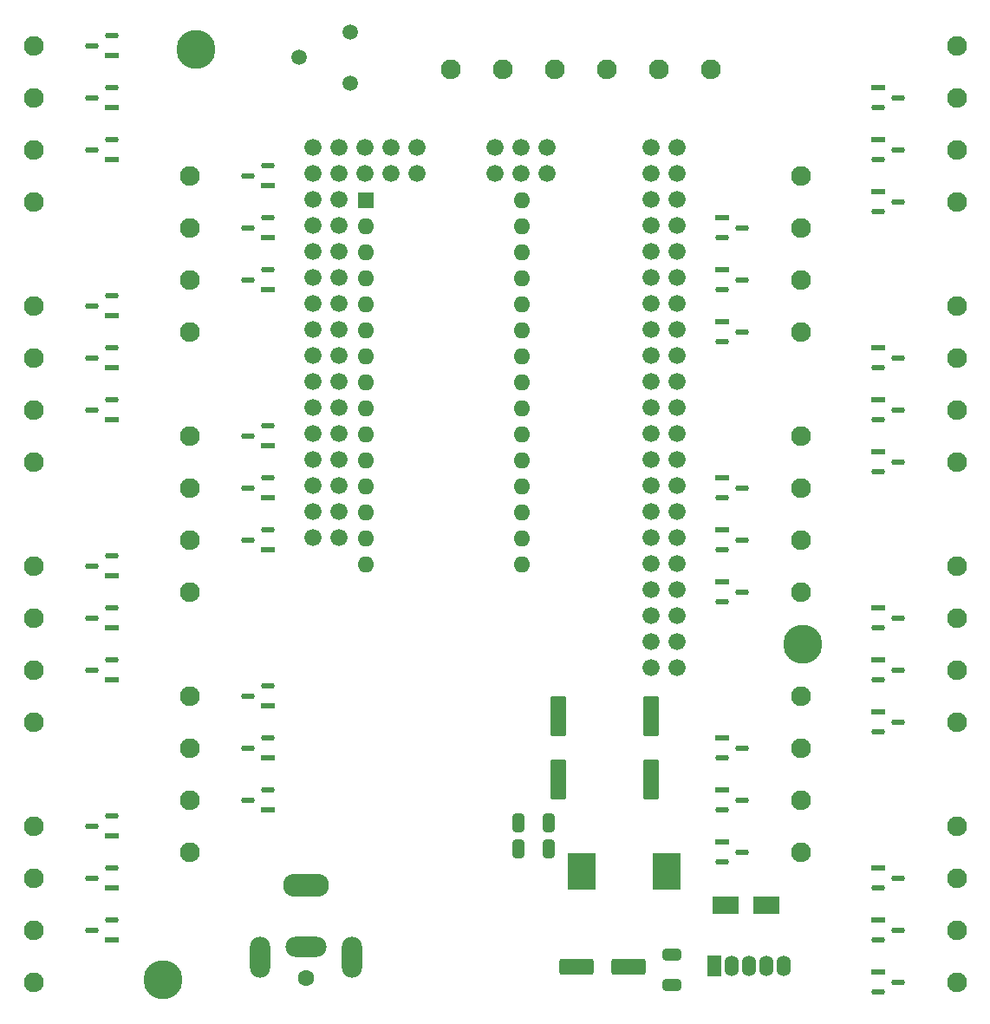
<source format=gbr>
%TF.GenerationSoftware,KiCad,Pcbnew,(6.0.1)*%
%TF.CreationDate,2022-10-30T18:49:11+02:00*%
%TF.ProjectId,stairway-to-heaven-pcb,73746169-7277-4617-992d-746f2d686561,rev?*%
%TF.SameCoordinates,Original*%
%TF.FileFunction,Soldermask,Top*%
%TF.FilePolarity,Negative*%
%FSLAX46Y46*%
G04 Gerber Fmt 4.6, Leading zero omitted, Abs format (unit mm)*
G04 Created by KiCad (PCBNEW (6.0.1)) date 2022-10-30 18:49:11*
%MOMM*%
%LPD*%
G01*
G04 APERTURE LIST*
G04 Aperture macros list*
%AMRoundRect*
0 Rectangle with rounded corners*
0 $1 Rounding radius*
0 $2 $3 $4 $5 $6 $7 $8 $9 X,Y pos of 4 corners*
0 Add a 4 corners polygon primitive as box body*
4,1,4,$2,$3,$4,$5,$6,$7,$8,$9,$2,$3,0*
0 Add four circle primitives for the rounded corners*
1,1,$1+$1,$2,$3*
1,1,$1+$1,$4,$5*
1,1,$1+$1,$6,$7*
1,1,$1+$1,$8,$9*
0 Add four rect primitives between the rounded corners*
20,1,$1+$1,$2,$3,$4,$5,0*
20,1,$1+$1,$4,$5,$6,$7,0*
20,1,$1+$1,$6,$7,$8,$9,0*
20,1,$1+$1,$8,$9,$2,$3,0*%
G04 Aperture macros list end*
%ADD10R,1.374609X0.577986*%
%ADD11RoundRect,0.288993X-0.398311X0.000000X0.398311X0.000000X0.398311X0.000000X-0.398311X0.000000X0*%
%ADD12RoundRect,0.288993X0.398311X0.000000X-0.398311X0.000000X-0.398311X0.000000X0.398311X0.000000X0*%
%ADD13C,1.930400*%
%ADD14R,1.600000X1.600000*%
%ADD15O,1.600000X1.600000*%
%ADD16RoundRect,0.250000X0.325000X0.650000X-0.325000X0.650000X-0.325000X-0.650000X0.325000X-0.650000X0*%
%ADD17C,3.800000*%
%ADD18C,1.676400*%
%ADD19R,2.700000X3.600000*%
%ADD20RoundRect,0.250000X0.550000X-1.712500X0.550000X1.712500X-0.550000X1.712500X-0.550000X-1.712500X0*%
%ADD21R,2.500000X1.800000*%
%ADD22C,1.600000*%
%ADD23O,4.500000X2.250000*%
%ADD24O,4.000000X2.000000*%
%ADD25O,2.000000X4.000000*%
%ADD26C,1.500000*%
%ADD27R,1.400000X2.000001*%
%ADD28O,1.400000X2.000001*%
%ADD29RoundRect,0.250000X1.412500X0.550000X-1.412500X0.550000X-1.412500X-0.550000X1.412500X-0.550000X0*%
%ADD30RoundRect,0.250000X0.650000X-0.325000X0.650000X0.325000X-0.650000X0.325000X-0.650000X-0.325000X0*%
G04 APERTURE END LIST*
D10*
%TO.C,Q3*%
X188530000Y-134940000D03*
D11*
X190500000Y-135890000D03*
X188530001Y-136840000D03*
%TD*%
D10*
%TO.C,Q27*%
X128970000Y-108900000D03*
D12*
X127000000Y-107950000D03*
X128969999Y-107000000D03*
%TD*%
D13*
%TO.C,J16*%
X146812000Y-46736000D03*
X151892000Y-46736000D03*
X156972000Y-46736000D03*
X162052000Y-46736000D03*
X167132000Y-46736000D03*
X172212000Y-46736000D03*
%TD*%
D10*
%TO.C,Q8*%
X173290000Y-117160000D03*
D11*
X175260000Y-118110000D03*
X173290001Y-119060000D03*
%TD*%
D10*
%TO.C,Q6*%
X188530000Y-109540000D03*
D11*
X190500000Y-110490000D03*
X188530001Y-111440000D03*
%TD*%
D10*
%TO.C,Q11*%
X173290000Y-91760000D03*
D11*
X175260000Y-92710000D03*
X173290001Y-93660000D03*
%TD*%
D14*
%TO.C,A1*%
X138480800Y-59537600D03*
D15*
X138480800Y-62077600D03*
X138480800Y-64617600D03*
X138480800Y-67157600D03*
X138480800Y-69697600D03*
X138480800Y-72237600D03*
X138480800Y-74777600D03*
X138480800Y-77317600D03*
X138480800Y-79857600D03*
X138480800Y-82397600D03*
X138480800Y-84937600D03*
X138480800Y-87477600D03*
X138480800Y-90017600D03*
X138480800Y-92557600D03*
X138480800Y-95097600D03*
X153720800Y-95097600D03*
X153720800Y-92557600D03*
X153720800Y-90017600D03*
X153720800Y-87477600D03*
X153720800Y-84937600D03*
X153720800Y-82397600D03*
X153720800Y-79857600D03*
X153720800Y-77317600D03*
X153720800Y-74777600D03*
X153720800Y-72237600D03*
X153720800Y-69697600D03*
X153720800Y-67157600D03*
X153720800Y-64617600D03*
X153720800Y-62077600D03*
X153720800Y-59537600D03*
%TD*%
D10*
%TO.C,Q14*%
X188530000Y-79060000D03*
D11*
X190500000Y-80010000D03*
X188530001Y-80960000D03*
%TD*%
D10*
%TO.C,Q24*%
X113730000Y-121600000D03*
D12*
X111760000Y-120650000D03*
X113729999Y-119700000D03*
%TD*%
D10*
%TO.C,Q10*%
X173290000Y-86680000D03*
D11*
X175260000Y-87630000D03*
X173290001Y-88580000D03*
%TD*%
D16*
%TO.C,C6*%
X156337000Y-120319800D03*
X153387000Y-120319800D03*
%TD*%
D13*
%TO.C,J13*%
X121285000Y-72390000D03*
X121285000Y-67310000D03*
X121285000Y-62230000D03*
X121285000Y-57150000D03*
%TD*%
%TO.C,J12*%
X106045000Y-85090000D03*
X106045000Y-80010000D03*
X106045000Y-74930000D03*
X106045000Y-69850000D03*
%TD*%
%TO.C,J4*%
X180975000Y-82550000D03*
X180975000Y-87630000D03*
X180975000Y-92710000D03*
X180975000Y-97790000D03*
%TD*%
D10*
%TO.C,Q33*%
X128970000Y-83500000D03*
D12*
X127000000Y-82550000D03*
X128969999Y-81600000D03*
%TD*%
D10*
%TO.C,Q30*%
X113730000Y-96200000D03*
D12*
X111760000Y-95250000D03*
X113729999Y-94300000D03*
%TD*%
D10*
%TO.C,Q2*%
X188530000Y-129860000D03*
D11*
X190500000Y-130810000D03*
X188530001Y-131760000D03*
%TD*%
D10*
%TO.C,Q20*%
X188530000Y-53660000D03*
D11*
X190500000Y-54610000D03*
X188530001Y-55560000D03*
%TD*%
D16*
%TO.C,C5*%
X156337000Y-122859800D03*
X153387000Y-122859800D03*
%TD*%
D13*
%TO.C,J11*%
X121285000Y-97790000D03*
X121285000Y-92710000D03*
X121285000Y-87630000D03*
X121285000Y-82550000D03*
%TD*%
%TO.C,J1*%
X196215000Y-120650000D03*
X196215000Y-125730000D03*
X196215000Y-130810000D03*
X196215000Y-135890000D03*
%TD*%
D17*
%TO.C,H3*%
X121894600Y-44805600D03*
%TD*%
D10*
%TO.C,Q28*%
X113730000Y-106360000D03*
D12*
X111760000Y-105410000D03*
X113729999Y-104460000D03*
%TD*%
D10*
%TO.C,Q32*%
X128970000Y-88580000D03*
D12*
X127000000Y-87630000D03*
X128969999Y-86680000D03*
%TD*%
D10*
%TO.C,Q21*%
X188530000Y-58740000D03*
D11*
X190500000Y-59690000D03*
X188530001Y-60640000D03*
%TD*%
D10*
%TO.C,Q12*%
X173290000Y-96840000D03*
D11*
X175260000Y-97790000D03*
X173290001Y-98740000D03*
%TD*%
D10*
%TO.C,Q36*%
X113730000Y-70800000D03*
D12*
X111760000Y-69850000D03*
X113729999Y-68900000D03*
%TD*%
D17*
%TO.C,H2*%
X118719600Y-135712200D03*
%TD*%
D10*
%TO.C,Q9*%
X173290000Y-122240000D03*
D11*
X175260000Y-123190000D03*
X173290001Y-124140000D03*
%TD*%
D10*
%TO.C,Q1*%
X188530000Y-124780000D03*
D11*
X190500000Y-125730000D03*
X188530001Y-126680000D03*
%TD*%
D10*
%TO.C,Q41*%
X113730000Y-50480000D03*
D12*
X111760000Y-49530000D03*
X113729999Y-48580000D03*
%TD*%
D10*
%TO.C,Q35*%
X113730000Y-75880000D03*
D12*
X111760000Y-74930000D03*
X113729999Y-73980000D03*
%TD*%
D10*
%TO.C,Q39*%
X128970000Y-58100000D03*
D12*
X127000000Y-57150000D03*
X128969999Y-56200000D03*
%TD*%
D18*
%TO.C,U1*%
X168910000Y-97590000D03*
X166370000Y-97590000D03*
X168910000Y-100130000D03*
X166370000Y-100130000D03*
X151130000Y-54410000D03*
X133350000Y-92510000D03*
X135890000Y-92510000D03*
X133350000Y-89970000D03*
X135890000Y-89970000D03*
X133350000Y-87430000D03*
X135890000Y-87430000D03*
X133350000Y-84890000D03*
X135890000Y-84890000D03*
X133350000Y-82350000D03*
X135890000Y-82350000D03*
X133350000Y-79810000D03*
X135890000Y-79810000D03*
X133350000Y-77270000D03*
X135890000Y-77270000D03*
X133350000Y-74730000D03*
X135890000Y-74730000D03*
X166370000Y-95050000D03*
X166370000Y-89970000D03*
X168910000Y-89970000D03*
X166370000Y-87430000D03*
X168910000Y-87430000D03*
X166370000Y-84890000D03*
X168910000Y-84890000D03*
X166370000Y-82350000D03*
X168910000Y-82350000D03*
X166370000Y-79810000D03*
X168910000Y-79810000D03*
X166370000Y-77270000D03*
X168910000Y-77270000D03*
X166370000Y-74730000D03*
X168910000Y-74730000D03*
X166370000Y-72190000D03*
X168910000Y-72190000D03*
X166370000Y-69650000D03*
X168910000Y-69650000D03*
X166370000Y-67110000D03*
X168910000Y-67110000D03*
X166370000Y-64570000D03*
X168910000Y-64570000D03*
X166370000Y-62030000D03*
X168910000Y-62030000D03*
X166370000Y-59490000D03*
X168910000Y-59490000D03*
X166370000Y-56950000D03*
X168910000Y-56950000D03*
X166370000Y-54410000D03*
X168910000Y-54410000D03*
X133350000Y-72190000D03*
X135890000Y-72190000D03*
X133350000Y-69650000D03*
X135890000Y-69650000D03*
X133350000Y-67110000D03*
X135890000Y-67110000D03*
X133350000Y-64570000D03*
X135890000Y-64570000D03*
X133350000Y-62030000D03*
X135890000Y-62030000D03*
X133350000Y-59490000D03*
X135890000Y-59490000D03*
X133350000Y-56950000D03*
X135890000Y-56950000D03*
X133350000Y-54410000D03*
X135890000Y-54410000D03*
X138430000Y-54410000D03*
X138430000Y-56950000D03*
X140970000Y-54410000D03*
X140970000Y-56950000D03*
X143510000Y-54410000D03*
X143510000Y-56950000D03*
X168910000Y-102670000D03*
X166370000Y-102670000D03*
X156210000Y-54410000D03*
X151130000Y-56950000D03*
X153670000Y-54410000D03*
X156210000Y-56950000D03*
X168910000Y-95050000D03*
X166370000Y-92510000D03*
X153670000Y-56950000D03*
X168910000Y-92510000D03*
X168910000Y-105210000D03*
X166370000Y-105210000D03*
%TD*%
D10*
%TO.C,Q42*%
X113730000Y-45400000D03*
D12*
X111760000Y-44450000D03*
X113729999Y-43500000D03*
%TD*%
D19*
%TO.C,L1*%
X167919400Y-125069600D03*
X159619400Y-125069600D03*
%TD*%
D13*
%TO.C,J9*%
X121285000Y-123190000D03*
X121285000Y-118110000D03*
X121285000Y-113030000D03*
X121285000Y-107950000D03*
%TD*%
D20*
%TO.C,C2*%
X166344600Y-116103400D03*
X166344600Y-109928400D03*
%TD*%
D13*
%TO.C,J2*%
X196215000Y-95250000D03*
X196215000Y-100330000D03*
X196215000Y-105410000D03*
X196215000Y-110490000D03*
%TD*%
D21*
%TO.C,D1*%
X173615600Y-128397000D03*
X177615600Y-128397000D03*
%TD*%
D10*
%TO.C,Q26*%
X128970000Y-113980000D03*
D12*
X127000000Y-113030000D03*
X128969999Y-112080000D03*
%TD*%
D10*
%TO.C,Q17*%
X173290000Y-66360000D03*
D11*
X175260000Y-67310000D03*
X173290001Y-68260000D03*
%TD*%
D22*
%TO.C,J15*%
X132634600Y-135477000D03*
D23*
X132634600Y-126477000D03*
D24*
X132634600Y-132477000D03*
D25*
X137134600Y-133477000D03*
X128134600Y-133477000D03*
%TD*%
D13*
%TO.C,J5*%
X196215000Y-69850000D03*
X196215000Y-74930000D03*
X196215000Y-80010000D03*
X196215000Y-85090000D03*
%TD*%
D17*
%TO.C,H1*%
X181178200Y-102895400D03*
%TD*%
D26*
%TO.C,RV100k1*%
X137018400Y-48118400D03*
X132018400Y-45618400D03*
X137018400Y-43118400D03*
%TD*%
D13*
%TO.C,J14*%
X106045000Y-59690000D03*
X106045000Y-54610000D03*
X106045000Y-49530000D03*
X106045000Y-44450000D03*
%TD*%
%TO.C,J10*%
X106045000Y-110490000D03*
X106045000Y-105410000D03*
X106045000Y-100330000D03*
X106045000Y-95250000D03*
%TD*%
D27*
%TO.C,U2*%
X172540800Y-134315200D03*
D28*
X174240800Y-134315200D03*
X175940801Y-134315200D03*
X177640800Y-134315200D03*
X179340800Y-134315200D03*
%TD*%
D13*
%TO.C,J7*%
X196215000Y-44450000D03*
X196215000Y-49530000D03*
X196215000Y-54610000D03*
X196215000Y-59690000D03*
%TD*%
D10*
%TO.C,Q16*%
X173290000Y-61280000D03*
D11*
X175260000Y-62230000D03*
X173290001Y-63180000D03*
%TD*%
D29*
%TO.C,C1*%
X164183100Y-134416800D03*
X159108100Y-134416800D03*
%TD*%
D13*
%TO.C,J8*%
X106045000Y-135890000D03*
X106045000Y-130810000D03*
X106045000Y-125730000D03*
X106045000Y-120650000D03*
%TD*%
%TO.C,J6*%
X180975000Y-57150000D03*
X180975000Y-62230000D03*
X180975000Y-67310000D03*
X180975000Y-72390000D03*
%TD*%
D10*
%TO.C,Q4*%
X188530000Y-99380000D03*
D11*
X190500000Y-100330000D03*
X188530001Y-101280000D03*
%TD*%
D10*
%TO.C,Q40*%
X113730000Y-55560000D03*
D12*
X111760000Y-54610000D03*
X113729999Y-53660000D03*
%TD*%
D10*
%TO.C,Q34*%
X113730000Y-80960000D03*
D12*
X111760000Y-80010000D03*
X113729999Y-79060000D03*
%TD*%
D10*
%TO.C,Q22*%
X113730000Y-131760000D03*
D12*
X111760000Y-130810000D03*
X113729999Y-129860000D03*
%TD*%
D10*
%TO.C,Q31*%
X128970000Y-93660000D03*
D12*
X127000000Y-92710000D03*
X128969999Y-91760000D03*
%TD*%
D10*
%TO.C,Q25*%
X128970000Y-119060000D03*
D12*
X127000000Y-118110000D03*
X128969999Y-117160000D03*
%TD*%
D10*
%TO.C,Q38*%
X128970000Y-63180000D03*
D12*
X127000000Y-62230000D03*
X128969999Y-61280000D03*
%TD*%
D10*
%TO.C,Q37*%
X128970000Y-68260000D03*
D12*
X127000000Y-67310000D03*
X128969999Y-66360000D03*
%TD*%
D10*
%TO.C,Q15*%
X188530000Y-84140000D03*
D11*
X190500000Y-85090000D03*
X188530001Y-86040000D03*
%TD*%
D13*
%TO.C,J3*%
X180975000Y-107950000D03*
X180975000Y-113030000D03*
X180975000Y-118110000D03*
X180975000Y-123190000D03*
%TD*%
D10*
%TO.C,Q7*%
X173290000Y-112080000D03*
D11*
X175260000Y-113030000D03*
X173290001Y-113980000D03*
%TD*%
D20*
%TO.C,C4*%
X157302200Y-116078000D03*
X157302200Y-109903000D03*
%TD*%
D30*
%TO.C,C3*%
X168427400Y-136144000D03*
X168427400Y-133194000D03*
%TD*%
D10*
%TO.C,Q19*%
X188530000Y-48580000D03*
D11*
X190500000Y-49530000D03*
X188530001Y-50480000D03*
%TD*%
D10*
%TO.C,Q18*%
X173290000Y-71440000D03*
D11*
X175260000Y-72390000D03*
X173290001Y-73340000D03*
%TD*%
D10*
%TO.C,Q13*%
X188530000Y-73980000D03*
D11*
X190500000Y-74930000D03*
X188530001Y-75880000D03*
%TD*%
D10*
%TO.C,Q29*%
X113730000Y-101280000D03*
D12*
X111760000Y-100330000D03*
X113729999Y-99380000D03*
%TD*%
D10*
%TO.C,Q5*%
X188530000Y-104460000D03*
D11*
X190500000Y-105410000D03*
X188530001Y-106360000D03*
%TD*%
D10*
%TO.C,Q23*%
X113730000Y-126680000D03*
D12*
X111760000Y-125730000D03*
X113729999Y-124780000D03*
%TD*%
M02*

</source>
